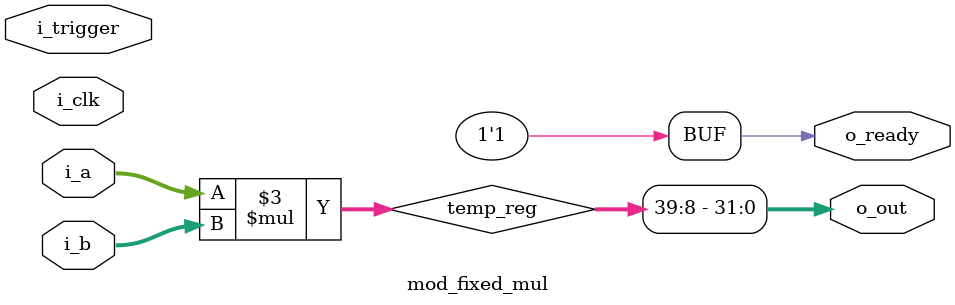
<source format=sv>
module mod_fixed_mul#
  ( parameter INPUT_WIDTH = 32 // The underlying type
  , parameter INPUT_POINT = 8 // The number of bits the mantissa consumes
  )
  ( output logic [(INPUT_WIDTH - 1):0] o_out // The output value
  , output logic o_ready // Whether the output value is ready

  , input logic [(INPUT_WIDTH - 1):0] i_a // An input multiplicand
  , input logic [(INPUT_WIDTH - 1):0] i_b // An input multiplicand
  , input logic i_trigger // Whether to trigger the calculation
  , input logic i_clk // The clock
  );

  logic [((INPUT_WIDTH * 2) - 1):0] temp_reg = i_a * i_b;

  assign o_out = INPUT_WIDTH'(temp_reg >> INPUT_POINT);
  assign o_ready = 1; // Combi implementation
endmodule

</source>
